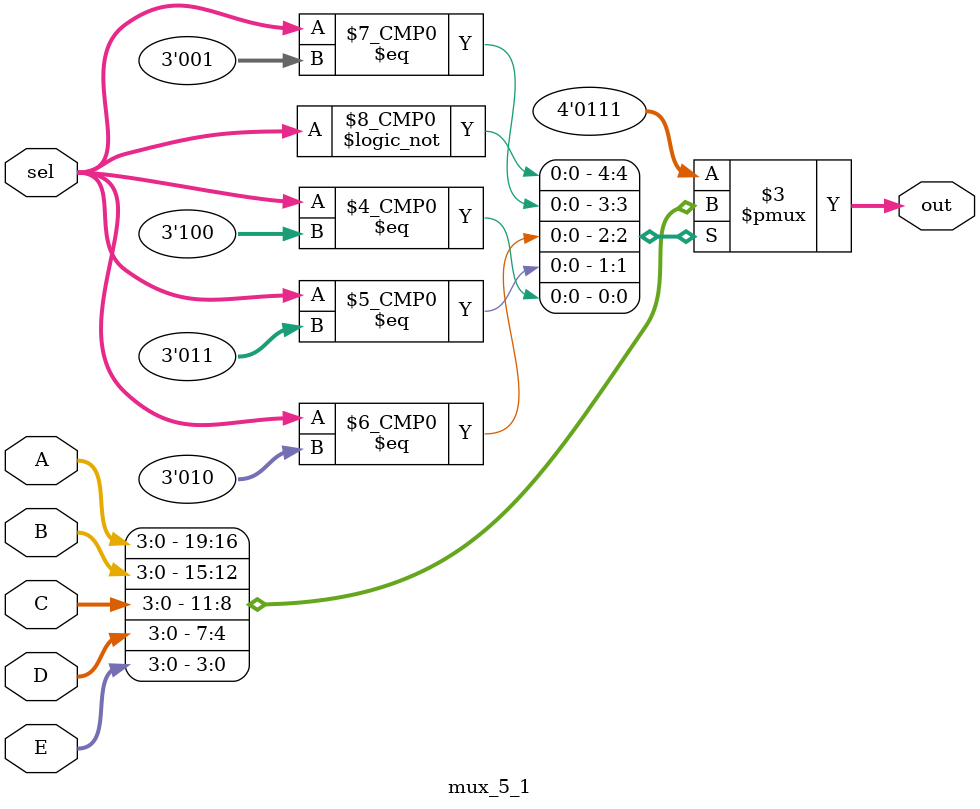
<source format=sv>
`timescale 1ns / 1ps
module mux_5_1(//5 entradas, 1 salida
    input logic [3:0] A, B, C, D, E, //entradas de 4b
    input logic [2:0] sel, //selector de 2b
    output logic [3:0]out//salida 4b
    
 );
 
    always_comb begin
     case(sel)
         3'b000: out=A;
         3'b001: out=B;
         3'b010: out=C;
         3'b011: out=D;
         3'b100: out=E;
         default: out=3'b111;
     endcase
    end

endmodule

</source>
